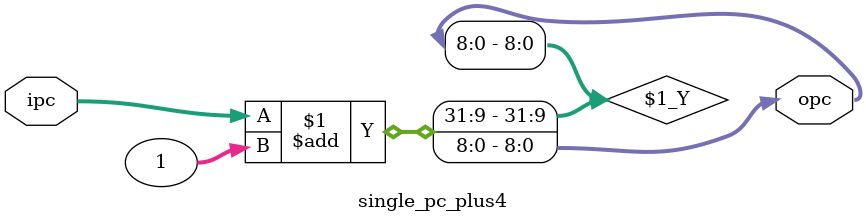
<source format=v>
`timescale 1ns / 1ps
module single_pc_plus4(ipc,opc);
 	 input [8:0] ipc;
 	 output [8:0] opc;
  
 	 assign opc[8:0] = ipc[8:0] + 1;
endmodule

</source>
